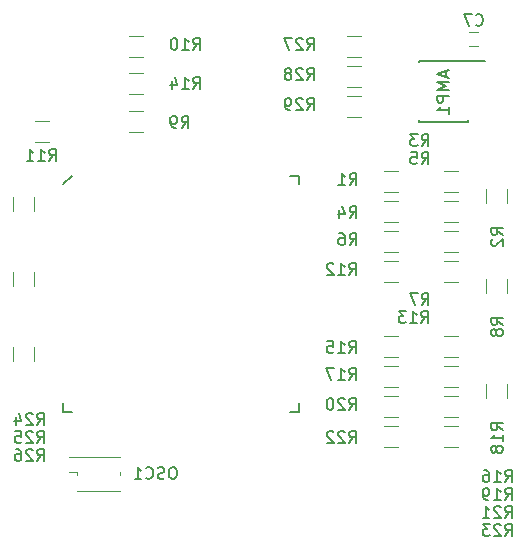
<source format=gbo>
G04 #@! TF.FileFunction,Legend,Bot*
%FSLAX46Y46*%
G04 Gerber Fmt 4.6, Leading zero omitted, Abs format (unit mm)*
G04 Created by KiCad (PCBNEW 4.0.4-stable) date 11/01/17 12:47:16*
%MOMM*%
%LPD*%
G01*
G04 APERTURE LIST*
%ADD10C,0.100000*%
%ADD11C,0.120000*%
%ADD12C,0.150000*%
G04 APERTURE END LIST*
D10*
D11*
X156560000Y-78140000D02*
X155860000Y-78140000D01*
X155860000Y-79340000D02*
X156560000Y-79340000D01*
D12*
X122195000Y-90330000D02*
X121445000Y-91080000D01*
X121445000Y-109580000D02*
X121445000Y-110330000D01*
X121445000Y-110330000D02*
X122195000Y-110330000D01*
X141445000Y-91080000D02*
X141445000Y-90330000D01*
X141445000Y-90330000D02*
X140695000Y-90330000D01*
X141445000Y-109580000D02*
X141445000Y-110330000D01*
X141445000Y-110330000D02*
X140695000Y-110330000D01*
D11*
X146650000Y-83575000D02*
X145450000Y-83575000D01*
X145450000Y-85335000D02*
X146650000Y-85335000D01*
X146650000Y-81035000D02*
X145450000Y-81035000D01*
X145450000Y-82795000D02*
X146650000Y-82795000D01*
X146650000Y-78495000D02*
X145450000Y-78495000D01*
X145450000Y-80255000D02*
X146650000Y-80255000D01*
X117230000Y-104810000D02*
X117230000Y-106010000D01*
X118990000Y-106010000D02*
X118990000Y-104810000D01*
X117230000Y-98460000D02*
X117230000Y-99660000D01*
X118990000Y-99660000D02*
X118990000Y-98460000D01*
X118990000Y-93310000D02*
X118990000Y-92110000D01*
X117230000Y-92110000D02*
X117230000Y-93310000D01*
X154905000Y-111515000D02*
X153705000Y-111515000D01*
X153705000Y-113275000D02*
X154905000Y-113275000D01*
X149825000Y-111515000D02*
X148625000Y-111515000D01*
X148625000Y-113275000D02*
X149825000Y-113275000D01*
X154905000Y-108975000D02*
X153705000Y-108975000D01*
X153705000Y-110735000D02*
X154905000Y-110735000D01*
X149825000Y-108975000D02*
X148625000Y-108975000D01*
X148625000Y-110735000D02*
X149825000Y-110735000D01*
X154905000Y-106435000D02*
X153705000Y-106435000D01*
X153705000Y-108195000D02*
X154905000Y-108195000D01*
X158995000Y-109185000D02*
X158995000Y-107985000D01*
X157235000Y-107985000D02*
X157235000Y-109185000D01*
X149825000Y-106435000D02*
X148625000Y-106435000D01*
X148625000Y-108195000D02*
X149825000Y-108195000D01*
X154905000Y-103895000D02*
X153705000Y-103895000D01*
X153705000Y-105655000D02*
X154905000Y-105655000D01*
X149825000Y-103895000D02*
X148625000Y-103895000D01*
X148625000Y-105655000D02*
X149825000Y-105655000D01*
X128235000Y-81670000D02*
X127035000Y-81670000D01*
X127035000Y-83430000D02*
X128235000Y-83430000D01*
X154905000Y-97545000D02*
X153705000Y-97545000D01*
X153705000Y-99305000D02*
X154905000Y-99305000D01*
X149825000Y-97545000D02*
X148625000Y-97545000D01*
X148625000Y-99305000D02*
X149825000Y-99305000D01*
X119034000Y-87494000D02*
X120234000Y-87494000D01*
X120234000Y-85734000D02*
X119034000Y-85734000D01*
X127035000Y-80255000D02*
X128235000Y-80255000D01*
X128235000Y-78495000D02*
X127035000Y-78495000D01*
X127035000Y-86605000D02*
X128235000Y-86605000D01*
X128235000Y-84845000D02*
X127035000Y-84845000D01*
X158995000Y-100295000D02*
X158995000Y-99095000D01*
X157235000Y-99095000D02*
X157235000Y-100295000D01*
X154905000Y-95005000D02*
X153705000Y-95005000D01*
X153705000Y-96765000D02*
X154905000Y-96765000D01*
X149825000Y-95005000D02*
X148625000Y-95005000D01*
X148625000Y-96765000D02*
X149825000Y-96765000D01*
X154905000Y-92465000D02*
X153705000Y-92465000D01*
X153705000Y-94225000D02*
X154905000Y-94225000D01*
X149825000Y-92465000D02*
X148625000Y-92465000D01*
X148625000Y-94225000D02*
X149825000Y-94225000D01*
X154905000Y-89925000D02*
X153705000Y-89925000D01*
X153705000Y-91685000D02*
X154905000Y-91685000D01*
X158995000Y-92675000D02*
X158995000Y-91475000D01*
X157235000Y-91475000D02*
X157235000Y-92675000D01*
X149825000Y-89925000D02*
X148625000Y-89925000D01*
X148625000Y-91685000D02*
X149825000Y-91685000D01*
X122660000Y-116995000D02*
X122660000Y-117020000D01*
X122660000Y-117020000D02*
X126260000Y-117020000D01*
X126260000Y-117020000D02*
X126260000Y-116995000D01*
X121935000Y-114145000D02*
X122660000Y-114145000D01*
X122660000Y-114145000D02*
X122660000Y-114120000D01*
X122660000Y-114120000D02*
X126260000Y-114120000D01*
X126260000Y-114120000D02*
X126260000Y-114145000D01*
X121935000Y-115445000D02*
X122660000Y-115445000D01*
X122660000Y-115445000D02*
X122660000Y-115695000D01*
X126260000Y-115695000D02*
X126260000Y-115445000D01*
D12*
X155745000Y-80610000D02*
X155745000Y-80660000D01*
X151595000Y-80610000D02*
X151595000Y-80755000D01*
X151595000Y-85760000D02*
X151595000Y-85615000D01*
X155745000Y-85760000D02*
X155745000Y-85615000D01*
X155745000Y-80610000D02*
X151595000Y-80610000D01*
X155745000Y-85760000D02*
X151595000Y-85760000D01*
X155745000Y-80660000D02*
X157145000Y-80660000D01*
X156376666Y-77573143D02*
X156424285Y-77620762D01*
X156567142Y-77668381D01*
X156662380Y-77668381D01*
X156805238Y-77620762D01*
X156900476Y-77525524D01*
X156948095Y-77430286D01*
X156995714Y-77239810D01*
X156995714Y-77096952D01*
X156948095Y-76906476D01*
X156900476Y-76811238D01*
X156805238Y-76716000D01*
X156662380Y-76668381D01*
X156567142Y-76668381D01*
X156424285Y-76716000D01*
X156376666Y-76763619D01*
X156043333Y-76668381D02*
X155376666Y-76668381D01*
X155805238Y-77668381D01*
X142120857Y-84780381D02*
X142454191Y-84304190D01*
X142692286Y-84780381D02*
X142692286Y-83780381D01*
X142311333Y-83780381D01*
X142216095Y-83828000D01*
X142168476Y-83875619D01*
X142120857Y-83970857D01*
X142120857Y-84113714D01*
X142168476Y-84208952D01*
X142216095Y-84256571D01*
X142311333Y-84304190D01*
X142692286Y-84304190D01*
X141739905Y-83875619D02*
X141692286Y-83828000D01*
X141597048Y-83780381D01*
X141358952Y-83780381D01*
X141263714Y-83828000D01*
X141216095Y-83875619D01*
X141168476Y-83970857D01*
X141168476Y-84066095D01*
X141216095Y-84208952D01*
X141787524Y-84780381D01*
X141168476Y-84780381D01*
X140692286Y-84780381D02*
X140501810Y-84780381D01*
X140406571Y-84732762D01*
X140358952Y-84685143D01*
X140263714Y-84542286D01*
X140216095Y-84351810D01*
X140216095Y-83970857D01*
X140263714Y-83875619D01*
X140311333Y-83828000D01*
X140406571Y-83780381D01*
X140597048Y-83780381D01*
X140692286Y-83828000D01*
X140739905Y-83875619D01*
X140787524Y-83970857D01*
X140787524Y-84208952D01*
X140739905Y-84304190D01*
X140692286Y-84351810D01*
X140597048Y-84399429D01*
X140406571Y-84399429D01*
X140311333Y-84351810D01*
X140263714Y-84304190D01*
X140216095Y-84208952D01*
X142120857Y-82240381D02*
X142454191Y-81764190D01*
X142692286Y-82240381D02*
X142692286Y-81240381D01*
X142311333Y-81240381D01*
X142216095Y-81288000D01*
X142168476Y-81335619D01*
X142120857Y-81430857D01*
X142120857Y-81573714D01*
X142168476Y-81668952D01*
X142216095Y-81716571D01*
X142311333Y-81764190D01*
X142692286Y-81764190D01*
X141739905Y-81335619D02*
X141692286Y-81288000D01*
X141597048Y-81240381D01*
X141358952Y-81240381D01*
X141263714Y-81288000D01*
X141216095Y-81335619D01*
X141168476Y-81430857D01*
X141168476Y-81526095D01*
X141216095Y-81668952D01*
X141787524Y-82240381D01*
X141168476Y-82240381D01*
X140597048Y-81668952D02*
X140692286Y-81621333D01*
X140739905Y-81573714D01*
X140787524Y-81478476D01*
X140787524Y-81430857D01*
X140739905Y-81335619D01*
X140692286Y-81288000D01*
X140597048Y-81240381D01*
X140406571Y-81240381D01*
X140311333Y-81288000D01*
X140263714Y-81335619D01*
X140216095Y-81430857D01*
X140216095Y-81478476D01*
X140263714Y-81573714D01*
X140311333Y-81621333D01*
X140406571Y-81668952D01*
X140597048Y-81668952D01*
X140692286Y-81716571D01*
X140739905Y-81764190D01*
X140787524Y-81859429D01*
X140787524Y-82049905D01*
X140739905Y-82145143D01*
X140692286Y-82192762D01*
X140597048Y-82240381D01*
X140406571Y-82240381D01*
X140311333Y-82192762D01*
X140263714Y-82145143D01*
X140216095Y-82049905D01*
X140216095Y-81859429D01*
X140263714Y-81764190D01*
X140311333Y-81716571D01*
X140406571Y-81668952D01*
X142120857Y-79700381D02*
X142454191Y-79224190D01*
X142692286Y-79700381D02*
X142692286Y-78700381D01*
X142311333Y-78700381D01*
X142216095Y-78748000D01*
X142168476Y-78795619D01*
X142120857Y-78890857D01*
X142120857Y-79033714D01*
X142168476Y-79128952D01*
X142216095Y-79176571D01*
X142311333Y-79224190D01*
X142692286Y-79224190D01*
X141739905Y-78795619D02*
X141692286Y-78748000D01*
X141597048Y-78700381D01*
X141358952Y-78700381D01*
X141263714Y-78748000D01*
X141216095Y-78795619D01*
X141168476Y-78890857D01*
X141168476Y-78986095D01*
X141216095Y-79128952D01*
X141787524Y-79700381D01*
X141168476Y-79700381D01*
X140835143Y-78700381D02*
X140168476Y-78700381D01*
X140597048Y-79700381D01*
X119260857Y-114498381D02*
X119594191Y-114022190D01*
X119832286Y-114498381D02*
X119832286Y-113498381D01*
X119451333Y-113498381D01*
X119356095Y-113546000D01*
X119308476Y-113593619D01*
X119260857Y-113688857D01*
X119260857Y-113831714D01*
X119308476Y-113926952D01*
X119356095Y-113974571D01*
X119451333Y-114022190D01*
X119832286Y-114022190D01*
X118879905Y-113593619D02*
X118832286Y-113546000D01*
X118737048Y-113498381D01*
X118498952Y-113498381D01*
X118403714Y-113546000D01*
X118356095Y-113593619D01*
X118308476Y-113688857D01*
X118308476Y-113784095D01*
X118356095Y-113926952D01*
X118927524Y-114498381D01*
X118308476Y-114498381D01*
X117451333Y-113498381D02*
X117641810Y-113498381D01*
X117737048Y-113546000D01*
X117784667Y-113593619D01*
X117879905Y-113736476D01*
X117927524Y-113926952D01*
X117927524Y-114307905D01*
X117879905Y-114403143D01*
X117832286Y-114450762D01*
X117737048Y-114498381D01*
X117546571Y-114498381D01*
X117451333Y-114450762D01*
X117403714Y-114403143D01*
X117356095Y-114307905D01*
X117356095Y-114069810D01*
X117403714Y-113974571D01*
X117451333Y-113926952D01*
X117546571Y-113879333D01*
X117737048Y-113879333D01*
X117832286Y-113926952D01*
X117879905Y-113974571D01*
X117927524Y-114069810D01*
X119260857Y-112974381D02*
X119594191Y-112498190D01*
X119832286Y-112974381D02*
X119832286Y-111974381D01*
X119451333Y-111974381D01*
X119356095Y-112022000D01*
X119308476Y-112069619D01*
X119260857Y-112164857D01*
X119260857Y-112307714D01*
X119308476Y-112402952D01*
X119356095Y-112450571D01*
X119451333Y-112498190D01*
X119832286Y-112498190D01*
X118879905Y-112069619D02*
X118832286Y-112022000D01*
X118737048Y-111974381D01*
X118498952Y-111974381D01*
X118403714Y-112022000D01*
X118356095Y-112069619D01*
X118308476Y-112164857D01*
X118308476Y-112260095D01*
X118356095Y-112402952D01*
X118927524Y-112974381D01*
X118308476Y-112974381D01*
X117403714Y-111974381D02*
X117879905Y-111974381D01*
X117927524Y-112450571D01*
X117879905Y-112402952D01*
X117784667Y-112355333D01*
X117546571Y-112355333D01*
X117451333Y-112402952D01*
X117403714Y-112450571D01*
X117356095Y-112545810D01*
X117356095Y-112783905D01*
X117403714Y-112879143D01*
X117451333Y-112926762D01*
X117546571Y-112974381D01*
X117784667Y-112974381D01*
X117879905Y-112926762D01*
X117927524Y-112879143D01*
X119260857Y-111450381D02*
X119594191Y-110974190D01*
X119832286Y-111450381D02*
X119832286Y-110450381D01*
X119451333Y-110450381D01*
X119356095Y-110498000D01*
X119308476Y-110545619D01*
X119260857Y-110640857D01*
X119260857Y-110783714D01*
X119308476Y-110878952D01*
X119356095Y-110926571D01*
X119451333Y-110974190D01*
X119832286Y-110974190D01*
X118879905Y-110545619D02*
X118832286Y-110498000D01*
X118737048Y-110450381D01*
X118498952Y-110450381D01*
X118403714Y-110498000D01*
X118356095Y-110545619D01*
X118308476Y-110640857D01*
X118308476Y-110736095D01*
X118356095Y-110878952D01*
X118927524Y-111450381D01*
X118308476Y-111450381D01*
X117451333Y-110783714D02*
X117451333Y-111450381D01*
X117689429Y-110402762D02*
X117927524Y-111117048D01*
X117308476Y-111117048D01*
X158884857Y-120848381D02*
X159218191Y-120372190D01*
X159456286Y-120848381D02*
X159456286Y-119848381D01*
X159075333Y-119848381D01*
X158980095Y-119896000D01*
X158932476Y-119943619D01*
X158884857Y-120038857D01*
X158884857Y-120181714D01*
X158932476Y-120276952D01*
X158980095Y-120324571D01*
X159075333Y-120372190D01*
X159456286Y-120372190D01*
X158503905Y-119943619D02*
X158456286Y-119896000D01*
X158361048Y-119848381D01*
X158122952Y-119848381D01*
X158027714Y-119896000D01*
X157980095Y-119943619D01*
X157932476Y-120038857D01*
X157932476Y-120134095D01*
X157980095Y-120276952D01*
X158551524Y-120848381D01*
X157932476Y-120848381D01*
X157599143Y-119848381D02*
X156980095Y-119848381D01*
X157313429Y-120229333D01*
X157170571Y-120229333D01*
X157075333Y-120276952D01*
X157027714Y-120324571D01*
X156980095Y-120419810D01*
X156980095Y-120657905D01*
X157027714Y-120753143D01*
X157075333Y-120800762D01*
X157170571Y-120848381D01*
X157456286Y-120848381D01*
X157551524Y-120800762D01*
X157599143Y-120753143D01*
X145676857Y-112974381D02*
X146010191Y-112498190D01*
X146248286Y-112974381D02*
X146248286Y-111974381D01*
X145867333Y-111974381D01*
X145772095Y-112022000D01*
X145724476Y-112069619D01*
X145676857Y-112164857D01*
X145676857Y-112307714D01*
X145724476Y-112402952D01*
X145772095Y-112450571D01*
X145867333Y-112498190D01*
X146248286Y-112498190D01*
X145295905Y-112069619D02*
X145248286Y-112022000D01*
X145153048Y-111974381D01*
X144914952Y-111974381D01*
X144819714Y-112022000D01*
X144772095Y-112069619D01*
X144724476Y-112164857D01*
X144724476Y-112260095D01*
X144772095Y-112402952D01*
X145343524Y-112974381D01*
X144724476Y-112974381D01*
X144343524Y-112069619D02*
X144295905Y-112022000D01*
X144200667Y-111974381D01*
X143962571Y-111974381D01*
X143867333Y-112022000D01*
X143819714Y-112069619D01*
X143772095Y-112164857D01*
X143772095Y-112260095D01*
X143819714Y-112402952D01*
X144391143Y-112974381D01*
X143772095Y-112974381D01*
X158884857Y-119324381D02*
X159218191Y-118848190D01*
X159456286Y-119324381D02*
X159456286Y-118324381D01*
X159075333Y-118324381D01*
X158980095Y-118372000D01*
X158932476Y-118419619D01*
X158884857Y-118514857D01*
X158884857Y-118657714D01*
X158932476Y-118752952D01*
X158980095Y-118800571D01*
X159075333Y-118848190D01*
X159456286Y-118848190D01*
X158503905Y-118419619D02*
X158456286Y-118372000D01*
X158361048Y-118324381D01*
X158122952Y-118324381D01*
X158027714Y-118372000D01*
X157980095Y-118419619D01*
X157932476Y-118514857D01*
X157932476Y-118610095D01*
X157980095Y-118752952D01*
X158551524Y-119324381D01*
X157932476Y-119324381D01*
X156980095Y-119324381D02*
X157551524Y-119324381D01*
X157265810Y-119324381D02*
X157265810Y-118324381D01*
X157361048Y-118467238D01*
X157456286Y-118562476D01*
X157551524Y-118610095D01*
X145676857Y-110180381D02*
X146010191Y-109704190D01*
X146248286Y-110180381D02*
X146248286Y-109180381D01*
X145867333Y-109180381D01*
X145772095Y-109228000D01*
X145724476Y-109275619D01*
X145676857Y-109370857D01*
X145676857Y-109513714D01*
X145724476Y-109608952D01*
X145772095Y-109656571D01*
X145867333Y-109704190D01*
X146248286Y-109704190D01*
X145295905Y-109275619D02*
X145248286Y-109228000D01*
X145153048Y-109180381D01*
X144914952Y-109180381D01*
X144819714Y-109228000D01*
X144772095Y-109275619D01*
X144724476Y-109370857D01*
X144724476Y-109466095D01*
X144772095Y-109608952D01*
X145343524Y-110180381D01*
X144724476Y-110180381D01*
X144105429Y-109180381D02*
X144010190Y-109180381D01*
X143914952Y-109228000D01*
X143867333Y-109275619D01*
X143819714Y-109370857D01*
X143772095Y-109561333D01*
X143772095Y-109799429D01*
X143819714Y-109989905D01*
X143867333Y-110085143D01*
X143914952Y-110132762D01*
X144010190Y-110180381D01*
X144105429Y-110180381D01*
X144200667Y-110132762D01*
X144248286Y-110085143D01*
X144295905Y-109989905D01*
X144343524Y-109799429D01*
X144343524Y-109561333D01*
X144295905Y-109370857D01*
X144248286Y-109275619D01*
X144200667Y-109228000D01*
X144105429Y-109180381D01*
X158884857Y-117800381D02*
X159218191Y-117324190D01*
X159456286Y-117800381D02*
X159456286Y-116800381D01*
X159075333Y-116800381D01*
X158980095Y-116848000D01*
X158932476Y-116895619D01*
X158884857Y-116990857D01*
X158884857Y-117133714D01*
X158932476Y-117228952D01*
X158980095Y-117276571D01*
X159075333Y-117324190D01*
X159456286Y-117324190D01*
X157932476Y-117800381D02*
X158503905Y-117800381D01*
X158218191Y-117800381D02*
X158218191Y-116800381D01*
X158313429Y-116943238D01*
X158408667Y-117038476D01*
X158503905Y-117086095D01*
X157456286Y-117800381D02*
X157265810Y-117800381D01*
X157170571Y-117752762D01*
X157122952Y-117705143D01*
X157027714Y-117562286D01*
X156980095Y-117371810D01*
X156980095Y-116990857D01*
X157027714Y-116895619D01*
X157075333Y-116848000D01*
X157170571Y-116800381D01*
X157361048Y-116800381D01*
X157456286Y-116848000D01*
X157503905Y-116895619D01*
X157551524Y-116990857D01*
X157551524Y-117228952D01*
X157503905Y-117324190D01*
X157456286Y-117371810D01*
X157361048Y-117419429D01*
X157170571Y-117419429D01*
X157075333Y-117371810D01*
X157027714Y-117324190D01*
X156980095Y-117228952D01*
X158694381Y-111879143D02*
X158218190Y-111545809D01*
X158694381Y-111307714D02*
X157694381Y-111307714D01*
X157694381Y-111688667D01*
X157742000Y-111783905D01*
X157789619Y-111831524D01*
X157884857Y-111879143D01*
X158027714Y-111879143D01*
X158122952Y-111831524D01*
X158170571Y-111783905D01*
X158218190Y-111688667D01*
X158218190Y-111307714D01*
X158694381Y-112831524D02*
X158694381Y-112260095D01*
X158694381Y-112545809D02*
X157694381Y-112545809D01*
X157837238Y-112450571D01*
X157932476Y-112355333D01*
X157980095Y-112260095D01*
X158122952Y-113402952D02*
X158075333Y-113307714D01*
X158027714Y-113260095D01*
X157932476Y-113212476D01*
X157884857Y-113212476D01*
X157789619Y-113260095D01*
X157742000Y-113307714D01*
X157694381Y-113402952D01*
X157694381Y-113593429D01*
X157742000Y-113688667D01*
X157789619Y-113736286D01*
X157884857Y-113783905D01*
X157932476Y-113783905D01*
X158027714Y-113736286D01*
X158075333Y-113688667D01*
X158122952Y-113593429D01*
X158122952Y-113402952D01*
X158170571Y-113307714D01*
X158218190Y-113260095D01*
X158313429Y-113212476D01*
X158503905Y-113212476D01*
X158599143Y-113260095D01*
X158646762Y-113307714D01*
X158694381Y-113402952D01*
X158694381Y-113593429D01*
X158646762Y-113688667D01*
X158599143Y-113736286D01*
X158503905Y-113783905D01*
X158313429Y-113783905D01*
X158218190Y-113736286D01*
X158170571Y-113688667D01*
X158122952Y-113593429D01*
X145676857Y-107640381D02*
X146010191Y-107164190D01*
X146248286Y-107640381D02*
X146248286Y-106640381D01*
X145867333Y-106640381D01*
X145772095Y-106688000D01*
X145724476Y-106735619D01*
X145676857Y-106830857D01*
X145676857Y-106973714D01*
X145724476Y-107068952D01*
X145772095Y-107116571D01*
X145867333Y-107164190D01*
X146248286Y-107164190D01*
X144724476Y-107640381D02*
X145295905Y-107640381D01*
X145010191Y-107640381D02*
X145010191Y-106640381D01*
X145105429Y-106783238D01*
X145200667Y-106878476D01*
X145295905Y-106926095D01*
X144391143Y-106640381D02*
X143724476Y-106640381D01*
X144153048Y-107640381D01*
X158884857Y-116276381D02*
X159218191Y-115800190D01*
X159456286Y-116276381D02*
X159456286Y-115276381D01*
X159075333Y-115276381D01*
X158980095Y-115324000D01*
X158932476Y-115371619D01*
X158884857Y-115466857D01*
X158884857Y-115609714D01*
X158932476Y-115704952D01*
X158980095Y-115752571D01*
X159075333Y-115800190D01*
X159456286Y-115800190D01*
X157932476Y-116276381D02*
X158503905Y-116276381D01*
X158218191Y-116276381D02*
X158218191Y-115276381D01*
X158313429Y-115419238D01*
X158408667Y-115514476D01*
X158503905Y-115562095D01*
X157075333Y-115276381D02*
X157265810Y-115276381D01*
X157361048Y-115324000D01*
X157408667Y-115371619D01*
X157503905Y-115514476D01*
X157551524Y-115704952D01*
X157551524Y-116085905D01*
X157503905Y-116181143D01*
X157456286Y-116228762D01*
X157361048Y-116276381D01*
X157170571Y-116276381D01*
X157075333Y-116228762D01*
X157027714Y-116181143D01*
X156980095Y-116085905D01*
X156980095Y-115847810D01*
X157027714Y-115752571D01*
X157075333Y-115704952D01*
X157170571Y-115657333D01*
X157361048Y-115657333D01*
X157456286Y-115704952D01*
X157503905Y-115752571D01*
X157551524Y-115847810D01*
X145676857Y-105354381D02*
X146010191Y-104878190D01*
X146248286Y-105354381D02*
X146248286Y-104354381D01*
X145867333Y-104354381D01*
X145772095Y-104402000D01*
X145724476Y-104449619D01*
X145676857Y-104544857D01*
X145676857Y-104687714D01*
X145724476Y-104782952D01*
X145772095Y-104830571D01*
X145867333Y-104878190D01*
X146248286Y-104878190D01*
X144724476Y-105354381D02*
X145295905Y-105354381D01*
X145010191Y-105354381D02*
X145010191Y-104354381D01*
X145105429Y-104497238D01*
X145200667Y-104592476D01*
X145295905Y-104640095D01*
X143819714Y-104354381D02*
X144295905Y-104354381D01*
X144343524Y-104830571D01*
X144295905Y-104782952D01*
X144200667Y-104735333D01*
X143962571Y-104735333D01*
X143867333Y-104782952D01*
X143819714Y-104830571D01*
X143772095Y-104925810D01*
X143772095Y-105163905D01*
X143819714Y-105259143D01*
X143867333Y-105306762D01*
X143962571Y-105354381D01*
X144200667Y-105354381D01*
X144295905Y-105306762D01*
X144343524Y-105259143D01*
X132468857Y-83002381D02*
X132802191Y-82526190D01*
X133040286Y-83002381D02*
X133040286Y-82002381D01*
X132659333Y-82002381D01*
X132564095Y-82050000D01*
X132516476Y-82097619D01*
X132468857Y-82192857D01*
X132468857Y-82335714D01*
X132516476Y-82430952D01*
X132564095Y-82478571D01*
X132659333Y-82526190D01*
X133040286Y-82526190D01*
X131516476Y-83002381D02*
X132087905Y-83002381D01*
X131802191Y-83002381D02*
X131802191Y-82002381D01*
X131897429Y-82145238D01*
X131992667Y-82240476D01*
X132087905Y-82288095D01*
X130659333Y-82335714D02*
X130659333Y-83002381D01*
X130897429Y-81954762D02*
X131135524Y-82669048D01*
X130516476Y-82669048D01*
X151772857Y-102814381D02*
X152106191Y-102338190D01*
X152344286Y-102814381D02*
X152344286Y-101814381D01*
X151963333Y-101814381D01*
X151868095Y-101862000D01*
X151820476Y-101909619D01*
X151772857Y-102004857D01*
X151772857Y-102147714D01*
X151820476Y-102242952D01*
X151868095Y-102290571D01*
X151963333Y-102338190D01*
X152344286Y-102338190D01*
X150820476Y-102814381D02*
X151391905Y-102814381D01*
X151106191Y-102814381D02*
X151106191Y-101814381D01*
X151201429Y-101957238D01*
X151296667Y-102052476D01*
X151391905Y-102100095D01*
X150487143Y-101814381D02*
X149868095Y-101814381D01*
X150201429Y-102195333D01*
X150058571Y-102195333D01*
X149963333Y-102242952D01*
X149915714Y-102290571D01*
X149868095Y-102385810D01*
X149868095Y-102623905D01*
X149915714Y-102719143D01*
X149963333Y-102766762D01*
X150058571Y-102814381D01*
X150344286Y-102814381D01*
X150439524Y-102766762D01*
X150487143Y-102719143D01*
X145676857Y-98750381D02*
X146010191Y-98274190D01*
X146248286Y-98750381D02*
X146248286Y-97750381D01*
X145867333Y-97750381D01*
X145772095Y-97798000D01*
X145724476Y-97845619D01*
X145676857Y-97940857D01*
X145676857Y-98083714D01*
X145724476Y-98178952D01*
X145772095Y-98226571D01*
X145867333Y-98274190D01*
X146248286Y-98274190D01*
X144724476Y-98750381D02*
X145295905Y-98750381D01*
X145010191Y-98750381D02*
X145010191Y-97750381D01*
X145105429Y-97893238D01*
X145200667Y-97988476D01*
X145295905Y-98036095D01*
X144343524Y-97845619D02*
X144295905Y-97798000D01*
X144200667Y-97750381D01*
X143962571Y-97750381D01*
X143867333Y-97798000D01*
X143819714Y-97845619D01*
X143772095Y-97940857D01*
X143772095Y-98036095D01*
X143819714Y-98178952D01*
X144391143Y-98750381D01*
X143772095Y-98750381D01*
X120276857Y-89098381D02*
X120610191Y-88622190D01*
X120848286Y-89098381D02*
X120848286Y-88098381D01*
X120467333Y-88098381D01*
X120372095Y-88146000D01*
X120324476Y-88193619D01*
X120276857Y-88288857D01*
X120276857Y-88431714D01*
X120324476Y-88526952D01*
X120372095Y-88574571D01*
X120467333Y-88622190D01*
X120848286Y-88622190D01*
X119324476Y-89098381D02*
X119895905Y-89098381D01*
X119610191Y-89098381D02*
X119610191Y-88098381D01*
X119705429Y-88241238D01*
X119800667Y-88336476D01*
X119895905Y-88384095D01*
X118372095Y-89098381D02*
X118943524Y-89098381D01*
X118657810Y-89098381D02*
X118657810Y-88098381D01*
X118753048Y-88241238D01*
X118848286Y-88336476D01*
X118943524Y-88384095D01*
X132468857Y-79700381D02*
X132802191Y-79224190D01*
X133040286Y-79700381D02*
X133040286Y-78700381D01*
X132659333Y-78700381D01*
X132564095Y-78748000D01*
X132516476Y-78795619D01*
X132468857Y-78890857D01*
X132468857Y-79033714D01*
X132516476Y-79128952D01*
X132564095Y-79176571D01*
X132659333Y-79224190D01*
X133040286Y-79224190D01*
X131516476Y-79700381D02*
X132087905Y-79700381D01*
X131802191Y-79700381D02*
X131802191Y-78700381D01*
X131897429Y-78843238D01*
X131992667Y-78938476D01*
X132087905Y-78986095D01*
X130897429Y-78700381D02*
X130802190Y-78700381D01*
X130706952Y-78748000D01*
X130659333Y-78795619D01*
X130611714Y-78890857D01*
X130564095Y-79081333D01*
X130564095Y-79319429D01*
X130611714Y-79509905D01*
X130659333Y-79605143D01*
X130706952Y-79652762D01*
X130802190Y-79700381D01*
X130897429Y-79700381D01*
X130992667Y-79652762D01*
X131040286Y-79605143D01*
X131087905Y-79509905D01*
X131135524Y-79319429D01*
X131135524Y-79081333D01*
X131087905Y-78890857D01*
X131040286Y-78795619D01*
X130992667Y-78748000D01*
X130897429Y-78700381D01*
X131484666Y-86304381D02*
X131818000Y-85828190D01*
X132056095Y-86304381D02*
X132056095Y-85304381D01*
X131675142Y-85304381D01*
X131579904Y-85352000D01*
X131532285Y-85399619D01*
X131484666Y-85494857D01*
X131484666Y-85637714D01*
X131532285Y-85732952D01*
X131579904Y-85780571D01*
X131675142Y-85828190D01*
X132056095Y-85828190D01*
X131008476Y-86304381D02*
X130818000Y-86304381D01*
X130722761Y-86256762D01*
X130675142Y-86209143D01*
X130579904Y-86066286D01*
X130532285Y-85875810D01*
X130532285Y-85494857D01*
X130579904Y-85399619D01*
X130627523Y-85352000D01*
X130722761Y-85304381D01*
X130913238Y-85304381D01*
X131008476Y-85352000D01*
X131056095Y-85399619D01*
X131103714Y-85494857D01*
X131103714Y-85732952D01*
X131056095Y-85828190D01*
X131008476Y-85875810D01*
X130913238Y-85923429D01*
X130722761Y-85923429D01*
X130627523Y-85875810D01*
X130579904Y-85828190D01*
X130532285Y-85732952D01*
X158694381Y-102957334D02*
X158218190Y-102624000D01*
X158694381Y-102385905D02*
X157694381Y-102385905D01*
X157694381Y-102766858D01*
X157742000Y-102862096D01*
X157789619Y-102909715D01*
X157884857Y-102957334D01*
X158027714Y-102957334D01*
X158122952Y-102909715D01*
X158170571Y-102862096D01*
X158218190Y-102766858D01*
X158218190Y-102385905D01*
X158122952Y-103528762D02*
X158075333Y-103433524D01*
X158027714Y-103385905D01*
X157932476Y-103338286D01*
X157884857Y-103338286D01*
X157789619Y-103385905D01*
X157742000Y-103433524D01*
X157694381Y-103528762D01*
X157694381Y-103719239D01*
X157742000Y-103814477D01*
X157789619Y-103862096D01*
X157884857Y-103909715D01*
X157932476Y-103909715D01*
X158027714Y-103862096D01*
X158075333Y-103814477D01*
X158122952Y-103719239D01*
X158122952Y-103528762D01*
X158170571Y-103433524D01*
X158218190Y-103385905D01*
X158313429Y-103338286D01*
X158503905Y-103338286D01*
X158599143Y-103385905D01*
X158646762Y-103433524D01*
X158694381Y-103528762D01*
X158694381Y-103719239D01*
X158646762Y-103814477D01*
X158599143Y-103862096D01*
X158503905Y-103909715D01*
X158313429Y-103909715D01*
X158218190Y-103862096D01*
X158170571Y-103814477D01*
X158122952Y-103719239D01*
X151804666Y-101290381D02*
X152138000Y-100814190D01*
X152376095Y-101290381D02*
X152376095Y-100290381D01*
X151995142Y-100290381D01*
X151899904Y-100338000D01*
X151852285Y-100385619D01*
X151804666Y-100480857D01*
X151804666Y-100623714D01*
X151852285Y-100718952D01*
X151899904Y-100766571D01*
X151995142Y-100814190D01*
X152376095Y-100814190D01*
X151471333Y-100290381D02*
X150804666Y-100290381D01*
X151233238Y-101290381D01*
X145708666Y-96210381D02*
X146042000Y-95734190D01*
X146280095Y-96210381D02*
X146280095Y-95210381D01*
X145899142Y-95210381D01*
X145803904Y-95258000D01*
X145756285Y-95305619D01*
X145708666Y-95400857D01*
X145708666Y-95543714D01*
X145756285Y-95638952D01*
X145803904Y-95686571D01*
X145899142Y-95734190D01*
X146280095Y-95734190D01*
X144851523Y-95210381D02*
X145042000Y-95210381D01*
X145137238Y-95258000D01*
X145184857Y-95305619D01*
X145280095Y-95448476D01*
X145327714Y-95638952D01*
X145327714Y-96019905D01*
X145280095Y-96115143D01*
X145232476Y-96162762D01*
X145137238Y-96210381D01*
X144946761Y-96210381D01*
X144851523Y-96162762D01*
X144803904Y-96115143D01*
X144756285Y-96019905D01*
X144756285Y-95781810D01*
X144803904Y-95686571D01*
X144851523Y-95638952D01*
X144946761Y-95591333D01*
X145137238Y-95591333D01*
X145232476Y-95638952D01*
X145280095Y-95686571D01*
X145327714Y-95781810D01*
X151804666Y-89352381D02*
X152138000Y-88876190D01*
X152376095Y-89352381D02*
X152376095Y-88352381D01*
X151995142Y-88352381D01*
X151899904Y-88400000D01*
X151852285Y-88447619D01*
X151804666Y-88542857D01*
X151804666Y-88685714D01*
X151852285Y-88780952D01*
X151899904Y-88828571D01*
X151995142Y-88876190D01*
X152376095Y-88876190D01*
X150899904Y-88352381D02*
X151376095Y-88352381D01*
X151423714Y-88828571D01*
X151376095Y-88780952D01*
X151280857Y-88733333D01*
X151042761Y-88733333D01*
X150947523Y-88780952D01*
X150899904Y-88828571D01*
X150852285Y-88923810D01*
X150852285Y-89161905D01*
X150899904Y-89257143D01*
X150947523Y-89304762D01*
X151042761Y-89352381D01*
X151280857Y-89352381D01*
X151376095Y-89304762D01*
X151423714Y-89257143D01*
X145708666Y-93924381D02*
X146042000Y-93448190D01*
X146280095Y-93924381D02*
X146280095Y-92924381D01*
X145899142Y-92924381D01*
X145803904Y-92972000D01*
X145756285Y-93019619D01*
X145708666Y-93114857D01*
X145708666Y-93257714D01*
X145756285Y-93352952D01*
X145803904Y-93400571D01*
X145899142Y-93448190D01*
X146280095Y-93448190D01*
X144851523Y-93257714D02*
X144851523Y-93924381D01*
X145089619Y-92876762D02*
X145327714Y-93591048D01*
X144708666Y-93591048D01*
X151804666Y-87828381D02*
X152138000Y-87352190D01*
X152376095Y-87828381D02*
X152376095Y-86828381D01*
X151995142Y-86828381D01*
X151899904Y-86876000D01*
X151852285Y-86923619D01*
X151804666Y-87018857D01*
X151804666Y-87161714D01*
X151852285Y-87256952D01*
X151899904Y-87304571D01*
X151995142Y-87352190D01*
X152376095Y-87352190D01*
X151471333Y-86828381D02*
X150852285Y-86828381D01*
X151185619Y-87209333D01*
X151042761Y-87209333D01*
X150947523Y-87256952D01*
X150899904Y-87304571D01*
X150852285Y-87399810D01*
X150852285Y-87637905D01*
X150899904Y-87733143D01*
X150947523Y-87780762D01*
X151042761Y-87828381D01*
X151328476Y-87828381D01*
X151423714Y-87780762D01*
X151471333Y-87733143D01*
X158694381Y-95337334D02*
X158218190Y-95004000D01*
X158694381Y-94765905D02*
X157694381Y-94765905D01*
X157694381Y-95146858D01*
X157742000Y-95242096D01*
X157789619Y-95289715D01*
X157884857Y-95337334D01*
X158027714Y-95337334D01*
X158122952Y-95289715D01*
X158170571Y-95242096D01*
X158218190Y-95146858D01*
X158218190Y-94765905D01*
X157789619Y-95718286D02*
X157742000Y-95765905D01*
X157694381Y-95861143D01*
X157694381Y-96099239D01*
X157742000Y-96194477D01*
X157789619Y-96242096D01*
X157884857Y-96289715D01*
X157980095Y-96289715D01*
X158122952Y-96242096D01*
X158694381Y-95670667D01*
X158694381Y-96289715D01*
X145708666Y-91130381D02*
X146042000Y-90654190D01*
X146280095Y-91130381D02*
X146280095Y-90130381D01*
X145899142Y-90130381D01*
X145803904Y-90178000D01*
X145756285Y-90225619D01*
X145708666Y-90320857D01*
X145708666Y-90463714D01*
X145756285Y-90558952D01*
X145803904Y-90606571D01*
X145899142Y-90654190D01*
X146280095Y-90654190D01*
X144756285Y-91130381D02*
X145327714Y-91130381D01*
X145042000Y-91130381D02*
X145042000Y-90130381D01*
X145137238Y-90273238D01*
X145232476Y-90368476D01*
X145327714Y-90416095D01*
X130833619Y-115022381D02*
X130643142Y-115022381D01*
X130547904Y-115070000D01*
X130452666Y-115165238D01*
X130405047Y-115355714D01*
X130405047Y-115689048D01*
X130452666Y-115879524D01*
X130547904Y-115974762D01*
X130643142Y-116022381D01*
X130833619Y-116022381D01*
X130928857Y-115974762D01*
X131024095Y-115879524D01*
X131071714Y-115689048D01*
X131071714Y-115355714D01*
X131024095Y-115165238D01*
X130928857Y-115070000D01*
X130833619Y-115022381D01*
X130024095Y-115974762D02*
X129881238Y-116022381D01*
X129643142Y-116022381D01*
X129547904Y-115974762D01*
X129500285Y-115927143D01*
X129452666Y-115831905D01*
X129452666Y-115736667D01*
X129500285Y-115641429D01*
X129547904Y-115593810D01*
X129643142Y-115546190D01*
X129833619Y-115498571D01*
X129928857Y-115450952D01*
X129976476Y-115403333D01*
X130024095Y-115308095D01*
X130024095Y-115212857D01*
X129976476Y-115117619D01*
X129928857Y-115070000D01*
X129833619Y-115022381D01*
X129595523Y-115022381D01*
X129452666Y-115070000D01*
X128452666Y-115927143D02*
X128500285Y-115974762D01*
X128643142Y-116022381D01*
X128738380Y-116022381D01*
X128881238Y-115974762D01*
X128976476Y-115879524D01*
X129024095Y-115784286D01*
X129071714Y-115593810D01*
X129071714Y-115450952D01*
X129024095Y-115260476D01*
X128976476Y-115165238D01*
X128881238Y-115070000D01*
X128738380Y-115022381D01*
X128643142Y-115022381D01*
X128500285Y-115070000D01*
X128452666Y-115117619D01*
X127500285Y-116022381D02*
X128071714Y-116022381D01*
X127786000Y-116022381D02*
X127786000Y-115022381D01*
X127881238Y-115165238D01*
X127976476Y-115260476D01*
X128071714Y-115308095D01*
X153836667Y-81526286D02*
X153836667Y-82002477D01*
X154122381Y-81431048D02*
X153122381Y-81764381D01*
X154122381Y-82097715D01*
X154122381Y-82431048D02*
X153122381Y-82431048D01*
X153836667Y-82764382D01*
X153122381Y-83097715D01*
X154122381Y-83097715D01*
X154122381Y-83573905D02*
X153122381Y-83573905D01*
X153122381Y-83954858D01*
X153170000Y-84050096D01*
X153217619Y-84097715D01*
X153312857Y-84145334D01*
X153455714Y-84145334D01*
X153550952Y-84097715D01*
X153598571Y-84050096D01*
X153646190Y-83954858D01*
X153646190Y-83573905D01*
X154122381Y-85097715D02*
X154122381Y-84526286D01*
X154122381Y-84812000D02*
X153122381Y-84812000D01*
X153265238Y-84716762D01*
X153360476Y-84621524D01*
X153408095Y-84526286D01*
M02*

</source>
